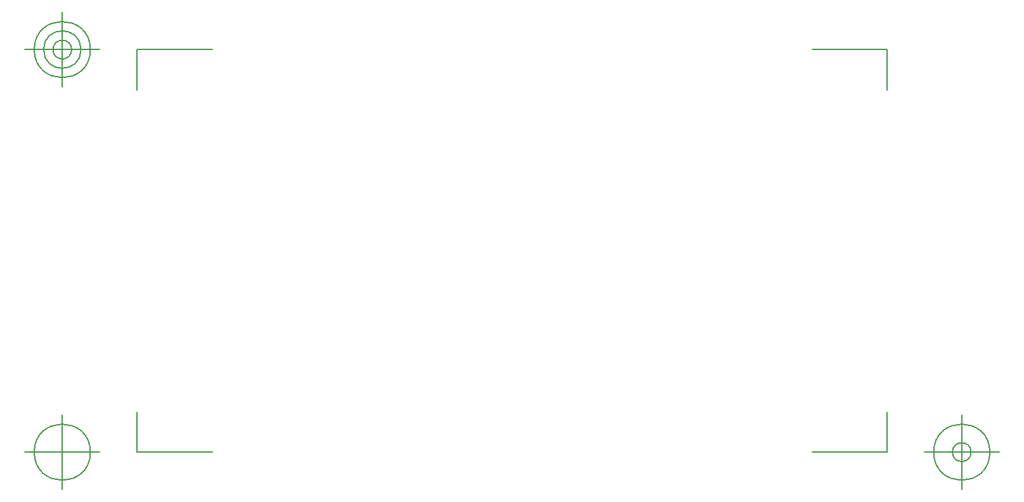
<source format=gbr>
G04 Generated by Ultiboard 14.0 *
%FSLAX34Y34*%
%MOMM*%

%ADD10C,0.0001*%
%ADD11C,0.1270*%


G04 ColorRGB FF14FF for the following layer *
%LNSilkscreen Bottom*%
%LPD*%
G54D10*
G54D11*
X-2540Y-2540D02*
X-2540Y51308D01*
X-2540Y-2540D02*
X97568Y-2540D01*
X998540Y-2540D02*
X898432Y-2540D01*
X998540Y-2540D02*
X998540Y51308D01*
X998540Y535940D02*
X998540Y482092D01*
X998540Y535940D02*
X898432Y535940D01*
X-2540Y535940D02*
X97568Y535940D01*
X-2540Y535940D02*
X-2540Y482092D01*
X-52540Y-2540D02*
X-152540Y-2540D01*
X-102540Y-52540D02*
X-102540Y47460D01*
X-140040Y-2540D02*
G75*
D01*
G02X-140040Y-2540I37500J0*
G01*
X1048540Y-2540D02*
X1148540Y-2540D01*
X1098540Y-52540D02*
X1098540Y47460D01*
X1061040Y-2540D02*
G75*
D01*
G02X1061040Y-2540I37500J0*
G01*
X1086040Y-2540D02*
G75*
D01*
G02X1086040Y-2540I12500J0*
G01*
X-52540Y535940D02*
X-152540Y535940D01*
X-102540Y485940D02*
X-102540Y585940D01*
X-140040Y535940D02*
G75*
D01*
G02X-140040Y535940I37500J0*
G01*
X-127540Y535940D02*
G75*
D01*
G02X-127540Y535940I25000J0*
G01*
X-115040Y535940D02*
G75*
D01*
G02X-115040Y535940I12500J0*
G01*

M02*

</source>
